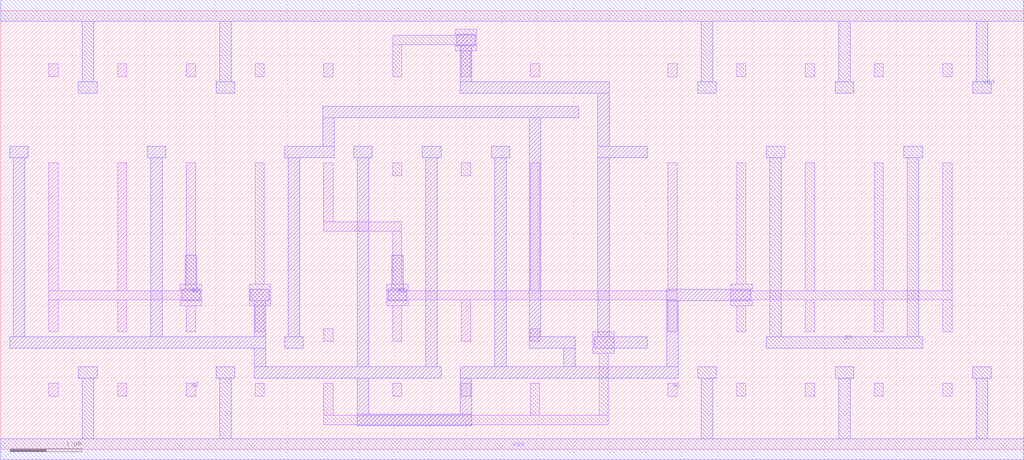
<source format=lef>
VERSION 5.7 ;

BUSBITCHARS "[]" ;
DIVIDERCHAR "/" ;

UNITS
  TIME NANOSECONDS 1 ;
  CAPACITANCE PICOFARADS 1 ;
  RESISTANCE OHMS 1 ;
  DATABASE MICRONS 1000 ;
END UNITS

MANUFACTURINGGRID 0.005 ;

PROPERTYDEFINITIONS
  LAYER LEF58_TYPE STRING ;
END PROPERTYDEFINITIONS

MACRO OA21D4
  CLASS CORE ;
  FOREIGN OA21D4 ;
  ORIGIN 0.000 0.000 ;
  SIZE 10.540 BY 6.120 ;
  SYMMETRY X Y R90 ;
  SITE obssite ;
  PIN a2
    DIRECTION INPUT ;
    USE SIGNAL ;
    ANTENNAGATEAREA 0.499200 ;
    PORT
      LAYER GatPoly ;
        RECT 0.670 5.200 0.800 5.380 ;
        RECT 5.470 5.200 5.600 5.380 ;
        RECT 0.670 3.175 0.800 4.000 ;
        RECT 5.470 3.175 5.600 4.000 ;
        RECT 0.670 3.045 1.760 3.175 ;
        RECT 1.630 2.215 1.760 3.045 ;
        RECT 4.510 3.045 5.600 3.175 ;
        RECT 3.465 2.215 3.765 2.300 ;
        RECT 4.510 2.215 4.640 3.045 ;
        RECT 1.630 2.085 4.640 2.215 ;
        RECT 2.590 1.640 2.720 2.085 ;
        RECT 3.465 2.000 3.765 2.085 ;
        RECT 3.550 1.640 3.680 2.000 ;
        RECT 2.590 0.740 2.720 0.920 ;
        RECT 3.550 0.740 3.680 0.920 ;
      LAYER Metal1 ;
        RECT 3.535 2.230 3.695 2.710 ;
        RECT 3.485 2.070 3.745 2.230 ;
    END
  END a2
  PIN a1
    DIRECTION INPUT ;
    USE SIGNAL ;
    ANTENNAGATEAREA 0.499200 ;
    PORT
      LAYER GatPoly ;
        RECT 1.545 5.560 1.845 5.860 ;
        RECT 4.425 5.560 4.725 5.860 ;
        RECT 1.630 5.200 1.760 5.560 ;
        RECT 4.510 5.200 4.640 5.560 ;
        RECT 1.630 3.820 1.760 4.000 ;
        RECT 4.510 3.820 4.640 4.000 ;
        RECT 1.630 1.640 1.760 1.820 ;
        RECT 4.510 1.640 4.640 1.820 ;
        RECT 1.630 0.475 1.760 0.920 ;
        RECT 4.510 0.560 4.640 0.920 ;
        RECT 4.425 0.475 4.725 0.560 ;
        RECT 1.630 0.345 4.725 0.475 ;
        RECT 4.425 0.260 4.725 0.345 ;
      LAYER Metal1 ;
        RECT 1.565 5.630 1.825 5.790 ;
        RECT 4.445 5.630 4.705 5.790 ;
        RECT 1.615 4.790 1.775 5.630 ;
        RECT 4.495 4.790 4.655 5.630 ;
        RECT 1.615 4.630 4.655 4.790 ;
        RECT 4.495 0.490 4.655 4.630 ;
        RECT 4.445 0.330 4.705 0.490 ;
    END
  END a1
  PIN b
    DIRECTION INPUT ;
    USE SIGNAL ;
    ANTENNAGATEAREA 0.156000 ;
    PORT
      LAYER GatPoly ;
        RECT 3.550 5.200 3.680 5.380 ;
        RECT 3.550 3.260 3.680 4.000 ;
        RECT 3.465 2.960 3.765 3.260 ;
      LAYER Metal1 ;
        RECT 3.055 3.030 3.745 3.190 ;
    END
  END b
  PIN z
    DIRECTION OUTPUT ;
    USE SIGNAL ;
    ANTENNADIFFAREA 3.187200 ;
    PORT
      LAYER Metal1 ;
        RECT 6.845 4.070 7.105 4.230 ;
        RECT 8.765 4.070 9.025 4.230 ;
        RECT 6.895 1.570 7.055 4.070 ;
        RECT 8.815 1.570 8.975 4.070 ;
        RECT 6.845 1.410 9.025 1.570 ;
    END
  END z
  PIN vss
    DIRECTION INOUT ;
    USE GROUND ;
    SHAPE ABUTMENT ;
    PORT
      LAYER Metal1 ;
        RECT 0.125 0.990 0.385 1.150 ;
        RECT 5.885 0.990 6.145 1.150 ;
        RECT 7.805 0.990 8.065 1.150 ;
        RECT 9.725 0.990 9.985 1.150 ;
        RECT 0.175 0.150 0.335 0.990 ;
        RECT 5.935 0.150 6.095 0.990 ;
        RECT 7.855 0.150 8.015 0.990 ;
        RECT 9.775 0.150 9.935 0.990 ;
        RECT 0.000 -0.150 10.540 0.150 ;
    END
  END vss
  PIN vdd
    DIRECTION INOUT ;
    USE POWER ;
    SHAPE ABUTMENT ;
    PORT
      LAYER Metal1 ;
        RECT 0.000 5.970 10.540 6.270 ;
        RECT 0.175 5.130 0.335 5.970 ;
        RECT 3.055 5.130 3.215 5.970 ;
        RECT 5.935 5.130 6.095 5.970 ;
        RECT 7.855 5.130 8.015 5.970 ;
        RECT 9.775 5.130 9.935 5.970 ;
        RECT 0.125 4.970 0.385 5.130 ;
        RECT 3.005 4.970 3.265 5.130 ;
        RECT 5.885 4.970 6.145 5.130 ;
        RECT 7.805 4.970 8.065 5.130 ;
        RECT 9.725 4.970 9.985 5.130 ;
    END
  END vdd
  OBS
      LAYER GatPoly ;
        RECT 2.590 5.200 2.720 5.380 ;
        RECT 6.430 5.200 6.560 5.380 ;
        RECT 7.390 5.200 7.520 5.380 ;
        RECT 8.350 5.200 8.480 5.380 ;
        RECT 9.310 5.200 9.440 5.380 ;
        RECT 2.590 3.820 2.720 4.000 ;
        RECT 6.430 3.820 6.560 4.000 ;
        RECT 7.390 3.820 7.520 4.000 ;
        RECT 8.350 3.820 8.480 4.000 ;
        RECT 9.310 3.820 9.440 4.000 ;
        RECT 0.670 1.640 0.800 1.820 ;
        RECT 5.470 1.640 5.600 1.820 ;
        RECT 6.430 1.640 6.560 1.820 ;
        RECT 7.390 1.640 7.520 1.820 ;
        RECT 8.350 1.640 8.480 1.820 ;
        RECT 9.310 1.640 9.440 1.820 ;
        RECT 0.670 0.740 0.800 0.920 ;
        RECT 5.470 0.740 5.600 0.920 ;
        RECT 6.430 0.740 6.560 0.920 ;
        RECT 7.390 0.740 7.520 0.920 ;
        RECT 8.350 0.740 8.480 0.920 ;
        RECT 9.310 0.740 9.440 0.920 ;
      LAYER Metal1 ;
        RECT 2.045 4.070 4.225 4.230 ;
        RECT 4.015 1.150 4.175 4.070 ;
        RECT 2.045 0.990 4.225 1.150 ;
  END
END OA21D4

MACRO OAI21D4
  CLASS CORE ;
  FOREIGN OAI21D4 ;
  ORIGIN 0.000 0.000 ;
  SIZE 13.260 BY 6.120 ;
  SYMMETRY X Y R90 ;
  SITE obssite ;
  PIN zn
    DIRECTION OUTPUT ;
    USE SIGNAL ;
    ANTENNADIFFAREA 10.176000 ;
    PORT
      LAYER GatPoly ;
        RECT 8.265 2.480 8.565 2.780 ;
        RECT 8.350 1.640 8.480 2.480 ;
        RECT 8.265 1.340 8.565 1.640 ;
      LAYER Metal1 ;
        RECT 1.085 4.070 3.265 4.230 ;
        RECT 9.725 4.070 11.905 4.230 ;
        RECT 1.135 1.570 1.295 4.070 ;
        RECT 9.775 3.190 9.935 4.070 ;
        RECT 8.815 3.030 9.935 3.190 ;
        RECT 7.375 2.550 8.545 2.710 ;
        RECT 7.375 1.570 7.535 2.550 ;
        RECT 8.815 2.230 8.975 3.030 ;
        RECT 1.085 1.410 7.535 1.570 ;
        RECT 7.855 2.070 8.975 2.230 ;
        RECT 1.135 1.150 1.295 1.410 ;
        RECT 7.855 1.150 8.015 2.070 ;
        RECT 8.285 1.410 11.905 1.570 ;
        RECT 0.125 0.990 8.065 1.150 ;
    END
  END zn
  PIN a1
    DIRECTION INPUT ;
    USE SIGNAL ;
    ANTENNAGATEAREA 0.998400 ;
    PORT
      LAYER GatPoly ;
        RECT 0.670 5.200 0.800 5.380 ;
        RECT 1.630 5.200 1.760 5.380 ;
        RECT 2.590 5.200 2.720 5.380 ;
        RECT 3.550 5.200 3.680 5.380 ;
        RECT 0.670 2.300 0.800 4.000 ;
        RECT 0.585 2.215 0.885 2.300 ;
        RECT 1.630 2.215 1.760 4.000 ;
        RECT 2.590 2.215 2.720 4.000 ;
        RECT 3.550 2.215 3.680 4.000 ;
        RECT 0.585 2.085 3.680 2.215 ;
        RECT 0.585 2.000 0.885 2.085 ;
        RECT 0.670 1.640 0.800 2.000 ;
        RECT 1.630 1.640 1.760 2.085 ;
        RECT 2.590 1.640 2.720 2.085 ;
        RECT 3.550 1.640 3.680 2.085 ;
        RECT 0.670 0.740 0.800 0.920 ;
        RECT 1.630 0.740 1.760 0.920 ;
        RECT 2.590 0.740 2.720 0.920 ;
        RECT 3.550 0.740 3.680 0.920 ;
      LAYER Metal1 ;
        RECT 0.655 2.230 0.815 2.710 ;
        RECT 0.605 2.070 0.865 2.230 ;
    END
  END a1
  PIN a2
    DIRECTION INPUT ;
    USE SIGNAL ;
    ANTENNAGATEAREA 0.998400 ;
    PORT
      LAYER GatPoly ;
        RECT 5.470 5.200 5.600 5.380 ;
        RECT 6.430 5.200 6.560 5.380 ;
        RECT 7.390 5.200 7.520 5.380 ;
        RECT 8.350 5.200 8.480 5.380 ;
        RECT 4.425 2.215 4.725 2.300 ;
        RECT 5.470 2.215 5.600 4.000 ;
        RECT 6.430 2.215 6.560 4.000 ;
        RECT 7.390 3.175 7.520 4.000 ;
        RECT 8.350 3.175 8.480 4.000 ;
        RECT 7.390 3.045 8.480 3.175 ;
        RECT 7.390 2.215 7.520 3.045 ;
        RECT 4.425 2.085 7.520 2.215 ;
        RECT 4.425 2.000 4.725 2.085 ;
        RECT 4.510 1.640 4.640 2.000 ;
        RECT 5.470 1.640 5.600 2.085 ;
        RECT 6.430 1.640 6.560 2.085 ;
        RECT 7.390 1.640 7.520 2.085 ;
        RECT 4.510 0.740 4.640 0.920 ;
        RECT 5.470 0.740 5.600 0.920 ;
        RECT 6.430 0.740 6.560 0.920 ;
        RECT 7.390 0.740 7.520 0.920 ;
      LAYER Metal1 ;
        RECT 4.495 2.230 4.655 2.710 ;
        RECT 4.445 2.070 4.705 2.230 ;
    END
  END a2
  PIN b
    DIRECTION INPUT ;
    USE SIGNAL ;
    ANTENNAGATEAREA 0.998400 ;
    PORT
      LAYER GatPoly ;
        RECT 9.310 5.200 9.440 5.380 ;
        RECT 10.270 5.200 10.400 5.380 ;
        RECT 11.230 5.200 11.360 5.380 ;
        RECT 12.190 5.200 12.320 5.380 ;
        RECT 9.310 2.300 9.440 4.000 ;
        RECT 9.225 2.215 9.525 2.300 ;
        RECT 10.270 2.215 10.400 4.000 ;
        RECT 11.230 2.215 11.360 4.000 ;
        RECT 12.190 2.215 12.320 4.000 ;
        RECT 9.225 2.085 12.320 2.215 ;
        RECT 9.225 2.000 9.525 2.085 ;
        RECT 9.310 1.640 9.440 2.000 ;
        RECT 10.270 1.640 10.400 2.085 ;
        RECT 11.230 1.640 11.360 2.085 ;
        RECT 12.190 1.640 12.320 2.085 ;
        RECT 9.310 0.740 9.440 0.920 ;
        RECT 10.270 0.740 10.400 0.920 ;
        RECT 11.230 0.740 11.360 0.920 ;
        RECT 12.190 0.740 12.320 0.920 ;
      LAYER Metal1 ;
        RECT 9.295 2.230 9.455 2.710 ;
        RECT 9.245 2.070 9.505 2.230 ;
    END
  END b
  PIN vss
    DIRECTION INOUT ;
    USE GROUND ;
    SHAPE ABUTMENT ;
    PORT
      LAYER Metal1 ;
        RECT 8.765 0.990 9.025 1.150 ;
        RECT 10.685 0.990 10.945 1.150 ;
        RECT 12.605 0.990 12.865 1.150 ;
        RECT 8.815 0.150 8.975 0.990 ;
        RECT 10.735 0.150 10.895 0.990 ;
        RECT 12.655 0.150 12.815 0.990 ;
        RECT 0.000 -0.150 13.260 0.150 ;
    END
  END vss
  PIN vdd
    DIRECTION INOUT ;
    USE POWER ;
    SHAPE ABUTMENT ;
    PORT
      LAYER Metal1 ;
        RECT 0.000 5.970 13.260 6.270 ;
        RECT 4.975 5.130 5.135 5.970 ;
        RECT 6.895 5.130 7.055 5.970 ;
        RECT 8.815 5.130 8.975 5.970 ;
        RECT 10.735 5.130 10.895 5.970 ;
        RECT 12.655 5.130 12.815 5.970 ;
        RECT 4.925 4.970 5.185 5.130 ;
        RECT 6.845 4.970 7.105 5.130 ;
        RECT 8.765 4.970 9.025 5.130 ;
        RECT 10.685 4.970 10.945 5.130 ;
        RECT 12.605 4.970 12.865 5.130 ;
    END
  END vdd
  OBS
      LAYER Metal1 ;
        RECT 0.125 4.630 8.065 4.790 ;
  END
END OAI21D4

MACRO OAI21D2
  CLASS CORE ;
  FOREIGN OAI21D2 ;
  ORIGIN 0.000 0.000 ;
  SIZE 6.460 BY 6.120 ;
  SYMMETRY X Y R90 ;
  SITE obssite ;
  PIN zn
    DIRECTION OUTPUT ;
    USE SIGNAL ;
    ANTENNADIFFAREA 3.187200 ;
    PORT
      LAYER Metal1 ;
        RECT 2.045 4.070 4.225 4.230 ;
        RECT 4.015 1.150 4.175 4.070 ;
        RECT 2.045 0.990 4.225 1.150 ;
    END
  END zn
  PIN a1
    DIRECTION INPUT ;
    USE SIGNAL ;
    ANTENNAGATEAREA 0.499200 ;
    PORT
      LAYER GatPoly ;
        RECT 1.630 5.200 1.760 5.380 ;
        RECT 4.510 5.200 4.640 5.380 ;
        RECT 1.630 3.175 1.760 4.000 ;
        RECT 1.630 3.045 2.720 3.175 ;
        RECT 2.590 2.300 2.720 3.045 ;
        RECT 2.505 2.215 2.805 2.300 ;
        RECT 4.510 2.215 4.640 4.000 ;
        RECT 2.505 2.085 4.640 2.215 ;
        RECT 2.505 2.000 2.805 2.085 ;
        RECT 2.590 1.640 2.720 2.000 ;
        RECT 4.510 1.640 4.640 2.085 ;
        RECT 2.590 0.740 2.720 0.920 ;
        RECT 4.510 0.740 4.640 0.920 ;
      LAYER Metal1 ;
        RECT 2.575 2.230 2.735 2.710 ;
        RECT 2.525 2.070 2.785 2.230 ;
    END
  END a1
  PIN a2
    DIRECTION INPUT ;
    USE SIGNAL ;
    ANTENNAGATEAREA 0.499200 ;
    PORT
      LAYER GatPoly ;
        RECT 0.670 5.200 0.800 5.380 ;
        RECT 5.470 5.200 5.600 5.380 ;
        RECT 0.670 2.695 0.800 4.000 ;
        RECT 5.470 3.260 5.600 4.000 ;
        RECT 5.385 2.960 5.685 3.260 ;
        RECT 0.670 2.565 1.760 2.695 ;
        RECT 1.630 1.640 1.760 2.565 ;
        RECT 3.550 1.640 3.680 1.820 ;
        RECT 1.630 0.475 1.760 0.920 ;
        RECT 3.550 0.560 3.680 0.920 ;
        RECT 3.465 0.475 3.765 0.560 ;
        RECT 1.630 0.345 3.765 0.475 ;
        RECT 3.465 0.260 3.765 0.345 ;
      LAYER Metal1 ;
        RECT 4.495 3.030 5.665 3.190 ;
        RECT 4.495 0.490 4.655 3.030 ;
        RECT 3.485 0.330 4.655 0.490 ;
    END
  END a2
  PIN b
    DIRECTION INPUT ;
    USE SIGNAL ;
    ANTENNAGATEAREA 0.499200 ;
    PORT
      LAYER GatPoly ;
        RECT 2.505 5.560 2.805 5.860 ;
        RECT 2.590 5.200 2.720 5.560 ;
        RECT 3.550 5.200 3.680 5.380 ;
        RECT 2.590 3.820 2.720 4.000 ;
        RECT 3.550 3.260 3.680 4.000 ;
        RECT 3.465 2.960 3.765 3.260 ;
        RECT 5.865 2.960 6.165 3.260 ;
        RECT 5.950 2.695 6.080 2.960 ;
        RECT 5.470 2.565 6.080 2.695 ;
        RECT 0.585 2.000 0.885 2.300 ;
        RECT 0.670 1.640 0.800 2.000 ;
        RECT 5.470 1.640 5.600 2.565 ;
        RECT 0.670 0.740 0.800 0.920 ;
        RECT 5.470 0.740 5.600 0.920 ;
      LAYER Metal1 ;
        RECT 2.525 5.630 2.785 5.790 ;
        RECT 2.575 4.790 2.735 5.630 ;
        RECT 1.615 4.630 6.095 4.790 ;
        RECT 1.615 3.190 1.775 4.630 ;
        RECT 5.935 3.190 6.095 4.630 ;
        RECT 1.615 3.030 3.745 3.190 ;
        RECT 5.885 3.030 6.145 3.190 ;
        RECT 1.615 2.230 1.775 3.030 ;
        RECT 0.605 2.070 1.775 2.230 ;
    END
  END b
  PIN vss
    DIRECTION INOUT ;
    USE GROUND ;
    SHAPE ABUTMENT ;
    PORT
      LAYER Metal1 ;
        RECT 0.125 0.990 0.385 1.150 ;
        RECT 5.885 0.990 6.145 1.150 ;
        RECT 0.175 0.150 0.335 0.990 ;
        RECT 5.935 0.150 6.095 0.990 ;
        RECT 0.000 -0.150 6.460 0.150 ;
    END
  END vss
  PIN vdd
    DIRECTION INOUT ;
    USE POWER ;
    SHAPE ABUTMENT ;
    PORT
      LAYER Metal1 ;
        RECT 0.000 5.970 6.460 6.270 ;
        RECT 0.175 5.130 0.335 5.970 ;
        RECT 3.055 5.130 3.215 5.970 ;
        RECT 5.935 5.130 6.095 5.970 ;
        RECT 0.125 4.970 0.385 5.130 ;
        RECT 3.005 4.970 3.265 5.130 ;
        RECT 5.885 4.970 6.145 5.130 ;
    END
  END vdd
END OAI21D2

MACRO DEL01
  CLASS CORE ;
  FOREIGN DEL01 ;
  ORIGIN 0.000 0.000 ;
  SIZE 5.440 BY 6.120 ;
  SYMMETRY X Y R90 ;
  SITE obssite ;
  PIN z
    DIRECTION OUTPUT ;
    USE SIGNAL ;
    ANTENNADIFFAREA 1.084800 ;
    PORT
      LAYER Metal1 ;
        RECT 4.925 4.070 5.185 4.230 ;
        RECT 4.975 1.570 5.135 4.070 ;
        RECT 4.925 1.410 5.185 1.570 ;
    END
  END z
  PIN i
    DIRECTION INPUT ;
    USE SIGNAL ;
    ANTENNAGATEAREA 0.249600 ;
    PORT
      LAYER GatPoly ;
        RECT 0.670 5.200 0.800 5.380 ;
        RECT 0.670 3.260 0.800 4.000 ;
        RECT 0.585 2.960 0.885 3.260 ;
        RECT 0.670 1.640 0.800 1.820 ;
        RECT 0.670 0.560 0.800 0.920 ;
        RECT 0.585 0.260 0.885 0.560 ;
      LAYER Metal1 ;
        RECT 0.605 3.030 0.865 3.190 ;
        RECT 0.655 0.490 0.815 3.030 ;
        RECT 0.605 0.330 0.865 0.490 ;
    END
  END i
  PIN vss
    DIRECTION INOUT ;
    USE GROUND ;
    SHAPE ABUTMENT ;
    PORT
      LAYER Metal1 ;
        RECT 1.085 0.990 1.345 1.150 ;
        RECT 3.965 0.990 4.225 1.150 ;
        RECT 1.135 0.150 1.295 0.990 ;
        RECT 4.015 0.150 4.175 0.990 ;
        RECT 0.000 -0.150 5.440 0.150 ;
    END
  END vss
  PIN vdd
    DIRECTION INOUT ;
    USE POWER ;
    SHAPE ABUTMENT ;
    PORT
      LAYER Metal1 ;
        RECT 0.000 5.970 5.440 6.270 ;
        RECT 1.135 5.130 1.295 5.970 ;
        RECT 4.015 5.130 4.175 5.970 ;
        RECT 1.085 4.970 1.345 5.130 ;
        RECT 3.965 4.970 4.225 5.130 ;
    END
  END vdd
  OBS
      LAYER GatPoly ;
        RECT 1.630 5.200 1.760 5.380 ;
        RECT 3.550 5.200 3.680 5.380 ;
        RECT 4.510 5.200 4.640 5.380 ;
        RECT 1.630 3.260 1.760 4.000 ;
        RECT 1.545 3.175 1.845 3.260 ;
        RECT 2.985 3.175 3.285 3.260 ;
        RECT 1.545 3.045 3.285 3.175 ;
        RECT 1.545 2.960 1.845 3.045 ;
        RECT 2.985 2.960 3.285 3.045 ;
        RECT 0.105 2.695 0.405 2.780 ;
        RECT 3.550 2.695 3.680 4.000 ;
        RECT 0.105 2.565 3.680 2.695 ;
        RECT 0.105 2.480 0.405 2.565 ;
        RECT 0.105 2.215 0.405 2.300 ;
        RECT 0.105 2.085 3.680 2.215 ;
        RECT 0.105 2.000 0.405 2.085 ;
        RECT 1.630 1.640 1.760 1.820 ;
        RECT 3.550 1.640 3.680 2.085 ;
        RECT 4.510 1.640 4.640 4.000 ;
        RECT 1.630 0.560 1.760 0.920 ;
        RECT 3.550 0.740 3.680 0.920 ;
        RECT 1.545 0.260 1.845 0.560 ;
        RECT 2.025 0.475 2.325 0.560 ;
        RECT 4.510 0.475 4.640 0.920 ;
        RECT 2.025 0.345 4.640 0.475 ;
        RECT 2.025 0.260 2.325 0.345 ;
      LAYER Metal1 ;
        RECT 0.125 4.070 0.385 4.230 ;
        RECT 2.045 4.070 2.305 4.230 ;
        RECT 3.005 4.070 3.265 4.230 ;
        RECT 0.175 2.710 0.335 4.070 ;
        RECT 1.565 3.030 1.825 3.190 ;
        RECT 0.125 2.550 0.385 2.710 ;
        RECT 0.175 2.230 0.335 2.550 ;
        RECT 0.125 2.070 0.385 2.230 ;
        RECT 0.175 1.570 0.335 2.070 ;
        RECT 0.125 1.410 0.385 1.570 ;
        RECT 1.615 1.150 1.775 3.030 ;
        RECT 2.095 1.570 2.255 4.070 ;
        RECT 3.055 3.190 3.215 4.070 ;
        RECT 3.005 3.030 3.265 3.190 ;
        RECT 2.045 1.410 2.305 1.570 ;
        RECT 1.615 0.990 3.265 1.150 ;
        RECT 1.615 0.490 1.775 0.990 ;
        RECT 2.095 0.490 2.255 0.990 ;
        RECT 1.565 0.330 1.825 0.490 ;
        RECT 2.045 0.330 2.305 0.490 ;
  END
END DEL01

MACRO AOI21D4
  CLASS CORE ;
  FOREIGN AOI21D4 ;
  ORIGIN 0.000 0.000 ;
  SIZE 12.240 BY 6.120 ;
  SYMMETRY X Y R90 ;
  SITE obssite ;
  PIN zn
    DIRECTION OUTPUT ;
    USE SIGNAL ;
    ANTENNADIFFAREA 6.374400 ;
    PORT
      LAYER Metal1 ;
        RECT 4.925 4.070 5.185 4.230 ;
        RECT 6.845 4.070 7.105 4.230 ;
        RECT 8.765 4.070 9.025 4.230 ;
        RECT 10.685 4.070 10.945 4.230 ;
        RECT 4.975 1.570 5.135 4.070 ;
        RECT 6.895 1.570 7.055 4.070 ;
        RECT 8.815 1.570 8.975 4.070 ;
        RECT 10.735 1.570 10.895 4.070 ;
        RECT 4.925 1.410 10.945 1.570 ;
    END
  END zn
  PIN a1
    DIRECTION INPUT ;
    USE SIGNAL ;
    ANTENNAGATEAREA 0.998400 ;
    PORT
      LAYER GatPoly ;
        RECT 6.430 5.200 6.560 5.380 ;
        RECT 9.310 5.200 9.440 5.380 ;
        RECT 10.270 5.200 10.400 5.380 ;
        RECT 11.230 5.200 11.360 5.380 ;
        RECT 5.385 2.215 5.685 2.300 ;
        RECT 6.430 2.215 6.560 4.000 ;
        RECT 9.310 2.215 9.440 4.000 ;
        RECT 10.270 2.215 10.400 4.000 ;
        RECT 11.230 2.215 11.360 4.000 ;
        RECT 4.510 2.085 11.360 2.215 ;
        RECT 4.510 1.640 4.640 2.085 ;
        RECT 5.385 2.000 5.685 2.085 ;
        RECT 7.390 1.640 7.520 2.085 ;
        RECT 8.350 1.640 8.480 2.085 ;
        RECT 11.230 1.640 11.360 2.085 ;
        RECT 4.510 0.740 4.640 0.920 ;
        RECT 7.390 0.740 7.520 0.920 ;
        RECT 8.350 0.740 8.480 0.920 ;
        RECT 11.230 0.740 11.360 0.920 ;
      LAYER Metal1 ;
        RECT 5.455 2.230 5.615 2.710 ;
        RECT 5.405 2.070 5.665 2.230 ;
    END
  END a1
  PIN b
    DIRECTION INPUT ;
    USE SIGNAL ;
    ANTENNAGATEAREA 0.998400 ;
    PORT
      LAYER GatPoly ;
        RECT 0.670 5.200 0.800 5.380 ;
        RECT 1.630 5.200 1.760 5.380 ;
        RECT 2.590 5.200 2.720 5.380 ;
        RECT 3.550 5.200 3.680 5.380 ;
        RECT 0.670 3.175 0.800 4.000 ;
        RECT 1.630 3.175 1.760 4.000 ;
        RECT 2.590 3.260 2.720 4.000 ;
        RECT 2.505 3.175 2.805 3.260 ;
        RECT 3.550 3.175 3.680 4.000 ;
        RECT 0.670 3.045 3.680 3.175 ;
        RECT 2.505 2.960 2.805 3.045 ;
        RECT 5.470 1.640 5.600 1.820 ;
        RECT 6.430 1.640 6.560 1.820 ;
        RECT 9.310 1.640 9.440 1.820 ;
        RECT 10.270 1.640 10.400 1.820 ;
        RECT 4.425 0.475 4.725 0.560 ;
        RECT 5.470 0.475 5.600 0.920 ;
        RECT 6.430 0.475 6.560 0.920 ;
        RECT 9.310 0.475 9.440 0.920 ;
        RECT 10.270 0.475 10.400 0.920 ;
        RECT 4.425 0.345 10.400 0.475 ;
        RECT 4.425 0.260 4.725 0.345 ;
      LAYER Metal1 ;
        RECT 2.525 3.030 2.785 3.190 ;
        RECT 2.575 2.230 2.735 3.030 ;
        RECT 2.575 2.070 4.655 2.230 ;
        RECT 4.495 0.490 4.655 2.070 ;
        RECT 4.445 0.330 4.705 0.490 ;
    END
  END b
  PIN a2
    DIRECTION INPUT ;
    USE SIGNAL ;
    ANTENNAGATEAREA 0.998400 ;
    PORT
      LAYER GatPoly ;
        RECT 4.510 5.200 4.640 5.380 ;
        RECT 5.470 5.200 5.600 5.380 ;
        RECT 7.390 5.200 7.520 5.380 ;
        RECT 8.350 5.200 8.480 5.380 ;
        RECT 4.510 2.695 4.640 4.000 ;
        RECT 5.470 2.695 5.600 4.000 ;
        RECT 7.390 3.175 7.520 4.000 ;
        RECT 8.350 3.260 8.480 4.000 ;
        RECT 8.265 3.175 8.565 3.260 ;
        RECT 7.390 3.045 8.565 3.175 ;
        RECT 8.265 2.960 8.565 3.045 ;
        RECT 5.865 2.695 6.165 2.780 ;
        RECT 4.030 2.565 6.165 2.695 ;
        RECT 4.030 2.215 4.160 2.565 ;
        RECT 5.865 2.480 6.165 2.565 ;
        RECT 0.670 2.085 4.160 2.215 ;
        RECT 0.670 1.640 0.800 2.085 ;
        RECT 1.630 1.640 1.760 2.085 ;
        RECT 2.590 1.640 2.720 2.085 ;
        RECT 3.550 1.640 3.680 2.085 ;
        RECT 0.670 0.740 0.800 0.920 ;
        RECT 1.630 0.740 1.760 0.920 ;
        RECT 2.590 0.740 2.720 0.920 ;
        RECT 3.550 0.740 3.680 0.920 ;
      LAYER Metal1 ;
        RECT 6.415 4.630 8.495 4.790 ;
        RECT 6.415 2.710 6.575 4.630 ;
        RECT 8.335 3.190 8.495 4.630 ;
        RECT 8.285 3.030 8.545 3.190 ;
        RECT 5.885 2.550 6.575 2.710 ;
    END
  END a2
  PIN vss
    DIRECTION INOUT ;
    USE GROUND ;
    SHAPE ABUTMENT ;
    PORT
      LAYER Metal1 ;
        RECT 1.085 0.990 1.345 1.150 ;
        RECT 3.005 0.990 3.265 1.150 ;
        RECT 5.885 0.990 6.145 1.150 ;
        RECT 9.725 0.990 9.985 1.150 ;
        RECT 1.135 0.150 1.295 0.990 ;
        RECT 3.055 0.150 3.215 0.990 ;
        RECT 5.935 0.150 6.095 0.990 ;
        RECT 9.775 0.150 9.935 0.990 ;
        RECT 0.000 -0.150 12.240 0.150 ;
    END
  END vss
  PIN vdd
    DIRECTION INOUT ;
    USE POWER ;
    SHAPE ABUTMENT ;
    PORT
      LAYER Metal1 ;
        RECT 0.000 5.970 12.240 6.270 ;
        RECT 1.135 5.130 1.295 5.970 ;
        RECT 3.055 5.130 3.215 5.970 ;
        RECT 1.085 4.970 1.345 5.130 ;
        RECT 3.005 4.970 3.265 5.130 ;
    END
  END vdd
  OBS
      LAYER Metal1 ;
        RECT 4.015 5.630 11.855 5.790 ;
        RECT 4.015 5.130 4.175 5.630 ;
        RECT 5.935 5.130 6.095 5.630 ;
        RECT 7.855 5.130 8.015 5.630 ;
        RECT 9.775 5.130 9.935 5.630 ;
        RECT 11.695 5.130 11.855 5.630 ;
        RECT 3.535 4.970 4.225 5.130 ;
        RECT 4.495 4.970 11.375 5.130 ;
        RECT 11.645 4.970 11.905 5.130 ;
        RECT 3.535 4.790 3.695 4.970 ;
        RECT 0.125 4.630 3.695 4.790 ;
        RECT 4.495 4.230 4.655 4.970 ;
        RECT 2.095 4.070 4.655 4.230 ;
        RECT 2.095 1.570 2.255 4.070 ;
        RECT 11.215 1.570 11.375 4.970 ;
        RECT 0.125 1.410 3.695 1.570 ;
        RECT 11.215 1.410 11.905 1.570 ;
        RECT 2.095 1.150 2.255 1.410 ;
        RECT 3.535 1.150 3.695 1.410 ;
        RECT 2.045 0.990 2.305 1.150 ;
        RECT 3.535 0.990 4.225 1.150 ;
  END
END AOI21D4

MACRO AOI21D2
  CLASS CORE ;
  FOREIGN AOI21D2 ;
  ORIGIN 0.000 0.000 ;
  SIZE 6.460 BY 6.120 ;
  SYMMETRY X Y R90 ;
  SITE obssite ;
  PIN zn
    DIRECTION OUTPUT ;
    USE SIGNAL ;
    ANTENNADIFFAREA 3.187200 ;
    PORT
      LAYER Metal1 ;
        RECT 2.045 4.070 2.305 4.230 ;
        RECT 3.965 4.070 4.225 4.230 ;
        RECT 2.095 1.570 2.255 4.070 ;
        RECT 4.015 1.570 4.175 4.070 ;
        RECT 2.045 1.410 4.225 1.570 ;
    END
  END zn
  PIN a1
    DIRECTION INPUT ;
    USE SIGNAL ;
    ANTENNAGATEAREA 0.499200 ;
    PORT
      LAYER GatPoly ;
        RECT 1.630 5.200 1.760 5.380 ;
        RECT 3.550 5.200 3.680 5.380 ;
        RECT 1.630 2.300 1.760 4.000 ;
        RECT 1.545 2.215 1.845 2.300 ;
        RECT 3.550 2.215 3.680 4.000 ;
        RECT 1.545 2.085 4.640 2.215 ;
        RECT 1.545 2.000 1.845 2.085 ;
        RECT 1.630 1.640 1.760 2.000 ;
        RECT 4.510 1.640 4.640 2.085 ;
        RECT 1.630 0.740 1.760 0.920 ;
        RECT 4.510 0.740 4.640 0.920 ;
      LAYER Metal1 ;
        RECT 1.615 2.230 1.775 2.710 ;
        RECT 1.565 2.070 1.825 2.230 ;
    END
  END a1
  PIN a2
    DIRECTION INPUT ;
    USE SIGNAL ;
    ANTENNAGATEAREA 0.499200 ;
    PORT
      LAYER GatPoly ;
        RECT 2.590 5.200 2.720 5.380 ;
        RECT 4.510 5.200 4.640 5.380 ;
        RECT 2.590 3.260 2.720 4.000 ;
        RECT 0.585 2.960 0.885 3.260 ;
        RECT 2.505 2.960 2.805 3.260 ;
        RECT 4.510 3.175 4.640 4.000 ;
        RECT 4.510 3.045 5.600 3.175 ;
        RECT 0.670 1.640 0.800 2.960 ;
        RECT 5.470 1.640 5.600 3.045 ;
        RECT 0.670 0.475 0.800 0.920 ;
        RECT 5.470 0.475 5.600 0.920 ;
        RECT 0.670 0.345 5.600 0.475 ;
      LAYER Metal1 ;
        RECT 0.655 4.630 2.735 4.790 ;
        RECT 0.655 3.190 0.815 4.630 ;
        RECT 2.575 3.190 2.735 4.630 ;
        RECT 0.605 3.030 0.865 3.190 ;
        RECT 2.525 3.030 2.785 3.190 ;
    END
  END a2
  PIN b
    DIRECTION INPUT ;
    USE SIGNAL ;
    ANTENNAGATEAREA 0.156000 ;
    PORT
      LAYER GatPoly ;
        RECT 0.585 5.560 0.885 5.860 ;
        RECT 0.670 5.200 0.800 5.560 ;
        RECT 0.670 3.820 0.800 4.000 ;
      LAYER Metal1 ;
        RECT 0.605 5.630 0.865 5.790 ;
    END
  END b
  PIN vss
    DIRECTION INOUT ;
    USE GROUND ;
    SHAPE ABUTMENT ;
    PORT
      LAYER Metal1 ;
        RECT 0.125 0.990 0.385 1.150 ;
        RECT 3.005 0.990 3.265 1.150 ;
        RECT 5.885 0.990 6.145 1.150 ;
        RECT 0.175 0.150 0.335 0.990 ;
        RECT 3.055 0.150 3.215 0.990 ;
        RECT 5.935 0.150 6.095 0.990 ;
        RECT 0.000 -0.150 6.460 0.150 ;
    END
  END vss
  PIN vdd
    DIRECTION INOUT ;
    USE POWER ;
    SHAPE ABUTMENT ;
    PORT
      LAYER Metal1 ;
        RECT 0.000 5.970 6.460 6.270 ;
        RECT 0.175 5.130 0.335 5.970 ;
        RECT 5.935 5.130 6.095 5.970 ;
        RECT 0.125 4.970 0.385 5.130 ;
        RECT 5.885 4.970 6.145 5.130 ;
    END
  END vdd
  OBS
      LAYER GatPoly ;
        RECT 5.470 5.200 5.600 5.380 ;
        RECT 5.470 3.820 5.600 4.000 ;
        RECT 2.590 1.640 2.720 1.820 ;
        RECT 3.550 1.640 3.680 1.820 ;
        RECT 2.590 0.740 2.720 0.920 ;
        RECT 3.550 0.740 3.680 0.920 ;
      LAYER Metal1 ;
        RECT 1.085 4.970 3.215 5.130 ;
        RECT 3.055 4.790 3.215 4.970 ;
        RECT 3.005 4.630 5.185 4.790 ;
  END
END AOI21D2

MACRO AO21D4
  CLASS CORE ;
  FOREIGN AO21D4 ;
  ORIGIN 0.000 0.000 ;
  SIZE 10.540 BY 6.120 ;
  SYMMETRY X Y R90 ;
  SITE obssite ;
  PIN a2
    DIRECTION INPUT ;
    USE SIGNAL ;
    ANTENNAGATEAREA 0.499200 ;
    PORT
      LAYER GatPoly ;
        RECT 2.590 5.200 2.720 5.380 ;
        RECT 3.550 5.200 3.680 5.380 ;
        RECT 0.585 2.215 0.885 2.300 ;
        RECT 2.590 2.215 2.720 4.000 ;
        RECT 3.550 2.215 3.680 4.000 ;
        RECT 0.585 2.085 5.600 2.215 ;
        RECT 0.585 2.000 0.885 2.085 ;
        RECT 0.670 1.640 0.800 2.000 ;
        RECT 5.470 1.640 5.600 2.085 ;
        RECT 0.670 0.740 0.800 0.920 ;
        RECT 5.470 0.740 5.600 0.920 ;
      LAYER Metal1 ;
        RECT 0.655 2.230 0.815 2.710 ;
        RECT 0.605 2.070 0.865 2.230 ;
    END
  END a2
  PIN a1
    DIRECTION INPUT ;
    USE SIGNAL ;
    ANTENNAGATEAREA 0.499200 ;
    PORT
      LAYER GatPoly ;
        RECT 1.630 5.200 1.760 5.380 ;
        RECT 4.510 5.200 4.640 5.380 ;
        RECT 1.630 3.260 1.760 4.000 ;
        RECT 4.510 3.260 4.640 4.000 ;
        RECT 1.545 2.960 1.845 3.260 ;
        RECT 4.425 2.960 4.725 3.260 ;
        RECT 1.630 1.640 1.760 1.820 ;
        RECT 4.510 1.640 4.640 1.820 ;
        RECT 1.630 0.560 1.760 0.920 ;
        RECT 1.545 0.475 1.845 0.560 ;
        RECT 4.510 0.475 4.640 0.920 ;
        RECT 1.545 0.345 4.640 0.475 ;
        RECT 1.545 0.260 1.845 0.345 ;
      LAYER Metal1 ;
        RECT 1.565 3.030 4.705 3.190 ;
        RECT 1.615 0.490 1.775 3.030 ;
        RECT 1.565 0.330 1.825 0.490 ;
    END
  END a1
  PIN b
    DIRECTION INPUT ;
    USE SIGNAL ;
    ANTENNAGATEAREA 0.156000 ;
    PORT
      LAYER GatPoly ;
        RECT 0.670 5.200 0.800 5.380 ;
        RECT 0.670 3.260 0.800 4.000 ;
        RECT 0.585 2.960 0.885 3.260 ;
      LAYER Metal1 ;
        RECT 0.655 3.190 0.815 4.230 ;
        RECT 0.605 3.030 0.865 3.190 ;
    END
  END b
  PIN z
    DIRECTION OUTPUT ;
    USE SIGNAL ;
    ANTENNADIFFAREA 3.187200 ;
    PORT
      LAYER Metal1 ;
        RECT 6.845 4.070 7.105 4.230 ;
        RECT 8.765 4.070 9.025 4.230 ;
        RECT 6.895 1.570 7.055 4.070 ;
        RECT 8.815 1.570 8.975 4.070 ;
        RECT 6.845 1.410 9.025 1.570 ;
    END
  END z
  PIN vss
    DIRECTION INOUT ;
    USE GROUND ;
    SHAPE ABUTMENT ;
    PORT
      LAYER Metal1 ;
        RECT 0.125 0.990 0.385 1.150 ;
        RECT 3.005 0.990 3.265 1.150 ;
        RECT 5.885 0.990 6.145 1.150 ;
        RECT 7.805 0.990 8.065 1.150 ;
        RECT 9.725 0.990 9.985 1.150 ;
        RECT 0.175 0.150 0.335 0.990 ;
        RECT 3.055 0.150 3.215 0.990 ;
        RECT 5.935 0.150 6.095 0.990 ;
        RECT 7.855 0.150 8.015 0.990 ;
        RECT 9.775 0.150 9.935 0.990 ;
        RECT 0.000 -0.150 10.540 0.150 ;
    END
  END vss
  PIN vdd
    DIRECTION INOUT ;
    USE POWER ;
    SHAPE ABUTMENT ;
    PORT
      LAYER Metal1 ;
        RECT 0.000 5.970 10.540 6.270 ;
        RECT 0.175 5.130 0.335 5.970 ;
        RECT 5.935 5.130 6.095 5.970 ;
        RECT 7.855 5.130 8.015 5.970 ;
        RECT 9.775 5.130 9.935 5.970 ;
        RECT 0.125 4.970 0.385 5.130 ;
        RECT 5.885 4.970 6.145 5.130 ;
        RECT 7.805 4.970 8.065 5.130 ;
        RECT 9.725 4.970 9.985 5.130 ;
    END
  END vdd
  OBS
      LAYER GatPoly ;
        RECT 5.470 5.200 5.600 5.380 ;
        RECT 6.430 5.200 6.560 5.380 ;
        RECT 7.390 5.200 7.520 5.380 ;
        RECT 8.350 5.200 8.480 5.380 ;
        RECT 9.310 5.200 9.440 5.380 ;
        RECT 5.470 3.820 5.600 4.000 ;
        RECT 6.430 2.300 6.560 4.000 ;
        RECT 6.345 2.215 6.645 2.300 ;
        RECT 7.390 2.215 7.520 4.000 ;
        RECT 8.350 2.215 8.480 4.000 ;
        RECT 9.310 2.215 9.440 4.000 ;
        RECT 6.345 2.085 9.440 2.215 ;
        RECT 6.345 2.000 6.645 2.085 ;
        RECT 2.590 1.640 2.720 1.820 ;
        RECT 3.550 1.640 3.680 1.820 ;
        RECT 6.430 1.640 6.560 2.000 ;
        RECT 7.390 1.640 7.520 2.085 ;
        RECT 8.350 1.640 8.480 2.085 ;
        RECT 9.310 1.640 9.440 2.085 ;
        RECT 2.590 0.740 2.720 0.920 ;
        RECT 3.550 0.740 3.680 0.920 ;
        RECT 6.430 0.740 6.560 0.920 ;
        RECT 7.390 0.740 7.520 0.920 ;
        RECT 8.350 0.740 8.480 0.920 ;
        RECT 9.310 0.740 9.440 0.920 ;
      LAYER Metal1 ;
        RECT 1.085 4.630 5.185 4.790 ;
        RECT 2.045 4.070 5.135 4.230 ;
        RECT 4.975 1.570 5.135 4.070 ;
        RECT 6.365 2.070 6.625 2.230 ;
        RECT 6.415 1.570 6.575 2.070 ;
        RECT 2.045 1.410 6.575 1.570 ;
  END
END AO21D4

MACRO OAI211D2
  CLASS CORE ;
  FOREIGN OAI211D2 ;
  ORIGIN 0.000 0.000 ;
  SIZE 8.500 BY 6.120 ;
  SYMMETRY X Y R90 ;
  SITE obssite ;
  PIN b
    DIRECTION INPUT ;
    USE SIGNAL ;
    ANTENNAGATEAREA 0.499200 ;
    PORT
      LAYER GatPoly ;
        RECT 4.510 5.200 4.640 5.380 ;
        RECT 7.390 5.200 7.520 5.380 ;
        RECT 4.510 2.300 4.640 4.000 ;
        RECT 4.425 2.215 4.725 2.300 ;
        RECT 7.390 2.215 7.520 4.000 ;
        RECT 4.425 2.085 7.520 2.215 ;
        RECT 4.425 2.000 4.725 2.085 ;
        RECT 4.510 1.640 4.640 2.000 ;
        RECT 7.390 1.640 7.520 2.085 ;
        RECT 4.510 0.740 4.640 0.920 ;
        RECT 7.390 0.740 7.520 0.920 ;
      LAYER Metal1 ;
        RECT 4.495 2.230 4.655 2.710 ;
        RECT 4.445 2.070 4.705 2.230 ;
    END
  END b
  PIN c
    DIRECTION INPUT ;
    USE SIGNAL ;
    ANTENNAGATEAREA 0.499200 ;
    PORT
      LAYER GatPoly ;
        RECT 5.470 5.200 5.600 5.380 ;
        RECT 6.430 5.200 6.560 5.380 ;
        RECT 5.470 3.175 5.600 4.000 ;
        RECT 6.430 3.260 6.560 4.000 ;
        RECT 6.345 3.175 6.645 3.260 ;
        RECT 5.470 3.045 6.645 3.175 ;
        RECT 6.345 2.960 6.645 3.045 ;
        RECT 5.470 1.640 5.600 1.820 ;
        RECT 6.430 1.640 6.560 1.820 ;
        RECT 5.470 0.475 5.600 0.920 ;
        RECT 6.430 0.560 6.560 0.920 ;
        RECT 6.345 0.475 6.645 0.560 ;
        RECT 5.470 0.345 6.645 0.475 ;
        RECT 6.345 0.260 6.645 0.345 ;
      LAYER Metal1 ;
        RECT 6.365 3.030 6.625 3.190 ;
        RECT 6.415 0.490 6.575 3.030 ;
        RECT 6.365 0.330 6.625 0.490 ;
    END
  END c
  PIN zn
    DIRECTION OUTPUT ;
    USE SIGNAL ;
    ANTENNADIFFAREA 6.192000 ;
    PORT
      LAYER GatPoly ;
        RECT 5.865 2.695 6.165 2.780 ;
        RECT 6.825 2.695 7.125 2.780 ;
        RECT 5.865 2.565 7.125 2.695 ;
        RECT 5.865 2.480 6.165 2.565 ;
        RECT 6.825 2.480 7.125 2.565 ;
      LAYER Metal1 ;
        RECT 1.615 4.630 7.535 4.790 ;
        RECT 1.615 2.710 1.775 4.630 ;
        RECT 2.045 4.070 7.105 4.230 ;
        RECT 0.655 2.550 1.775 2.710 ;
        RECT 0.655 1.570 0.815 2.550 ;
        RECT 0.125 1.410 0.815 1.570 ;
        RECT 1.615 1.570 1.775 2.550 ;
        RECT 2.095 1.570 2.255 4.070 ;
        RECT 7.375 2.710 7.535 4.630 ;
        RECT 5.885 2.550 6.145 2.710 ;
        RECT 6.845 2.550 8.015 2.710 ;
        RECT 5.935 1.570 6.095 2.550 ;
        RECT 7.855 1.570 8.015 2.550 ;
        RECT 1.615 1.410 2.305 1.570 ;
        RECT 3.965 1.410 6.095 1.570 ;
        RECT 7.805 1.410 8.065 1.570 ;
        RECT 2.095 1.150 2.255 1.410 ;
        RECT 1.085 0.990 3.265 1.150 ;
    END
  END zn
  PIN a1
    DIRECTION INPUT ;
    USE SIGNAL ;
    ANTENNAGATEAREA 0.499200 ;
    PORT
      LAYER GatPoly ;
        RECT 0.670 5.200 0.800 5.380 ;
        RECT 3.550 5.200 3.680 5.380 ;
        RECT 0.670 2.215 0.800 4.000 ;
        RECT 1.065 2.215 1.365 2.300 ;
        RECT 3.550 2.215 3.680 4.000 ;
        RECT 0.670 2.085 3.680 2.215 ;
        RECT 0.670 1.640 0.800 2.085 ;
        RECT 1.065 2.000 1.365 2.085 ;
        RECT 3.550 1.640 3.680 2.085 ;
        RECT 0.670 0.740 0.800 0.920 ;
        RECT 3.550 0.740 3.680 0.920 ;
      LAYER Metal1 ;
        RECT 1.085 2.070 1.345 2.230 ;
        RECT 1.135 1.410 1.295 2.070 ;
    END
  END a1
  PIN a2
    DIRECTION INPUT ;
    USE SIGNAL ;
    ANTENNAGATEAREA 0.499200 ;
    PORT
      LAYER GatPoly ;
        RECT 1.630 5.200 1.760 5.380 ;
        RECT 2.590 5.200 2.720 5.380 ;
        RECT 1.630 3.175 1.760 4.000 ;
        RECT 2.590 3.260 2.720 4.000 ;
        RECT 2.505 3.175 2.805 3.260 ;
        RECT 1.630 3.045 2.805 3.175 ;
        RECT 2.505 2.960 2.805 3.045 ;
        RECT 1.630 1.640 1.760 1.820 ;
        RECT 2.590 1.640 2.720 1.820 ;
        RECT 1.630 0.475 1.760 0.920 ;
        RECT 2.590 0.475 2.720 0.920 ;
        RECT 3.465 0.475 3.765 0.560 ;
        RECT 1.630 0.345 3.765 0.475 ;
        RECT 3.465 0.260 3.765 0.345 ;
      LAYER Metal1 ;
        RECT 2.525 3.030 3.695 3.190 ;
        RECT 3.535 0.490 3.695 3.030 ;
        RECT 3.485 0.330 3.745 0.490 ;
    END
  END a2
  PIN vss
    DIRECTION INOUT ;
    USE GROUND ;
    SHAPE ABUTMENT ;
    PORT
      LAYER Metal1 ;
        RECT 5.885 0.990 6.145 1.150 ;
        RECT 5.935 0.150 6.095 0.990 ;
        RECT 0.000 -0.150 8.500 0.150 ;
    END
  END vss
  PIN vdd
    DIRECTION INOUT ;
    USE POWER ;
    SHAPE ABUTMENT ;
    PORT
      LAYER Metal1 ;
        RECT 0.000 5.970 8.500 6.270 ;
        RECT 0.175 5.130 0.335 5.970 ;
        RECT 4.015 5.130 4.175 5.970 ;
        RECT 5.935 5.130 6.095 5.970 ;
        RECT 7.855 5.130 8.015 5.970 ;
        RECT 0.125 4.970 0.385 5.130 ;
        RECT 3.965 4.970 4.225 5.130 ;
        RECT 5.885 4.970 6.145 5.130 ;
        RECT 7.805 4.970 8.065 5.130 ;
    END
  END vdd
END OAI211D2

MACRO ND3D4
  CLASS CORE ;
  FOREIGN ND3D4 ;
  ORIGIN 0.000 0.000 ;
  SIZE 12.240 BY 6.120 ;
  SYMMETRY X Y R90 ;
  SITE obssite ;
  PIN zn
    DIRECTION OUTPUT ;
    USE SIGNAL ;
    ANTENNADIFFAREA 6.947100 ;
    PORT
      LAYER Metal1 ;
        RECT 1.085 4.630 10.945 4.790 ;
        RECT 4.975 1.570 5.135 4.630 ;
        RECT 3.005 1.410 9.025 1.570 ;
    END
  END zn
  PIN a1
    DIRECTION INPUT ;
    USE SIGNAL ;
    ANTENNAGATEAREA 0.975000 ;
    PORT
      LAYER GatPoly ;
        RECT 3.550 5.200 3.680 5.380 ;
        RECT 4.510 5.200 4.640 5.380 ;
        RECT 6.430 5.200 6.560 5.380 ;
        RECT 7.390 5.200 7.520 5.380 ;
        RECT 3.550 2.215 3.680 4.045 ;
        RECT 4.510 2.215 4.640 4.045 ;
        RECT 6.430 2.215 6.560 4.045 ;
        RECT 7.390 2.215 7.520 4.045 ;
        RECT 8.265 2.215 8.565 2.300 ;
        RECT 2.590 2.085 9.440 2.215 ;
        RECT 2.590 1.640 2.720 2.085 ;
        RECT 3.550 1.640 3.680 2.085 ;
        RECT 8.265 2.000 8.565 2.085 ;
        RECT 8.350 1.640 8.480 2.000 ;
        RECT 9.310 1.640 9.440 2.085 ;
        RECT 2.590 0.740 2.720 0.920 ;
        RECT 3.550 0.740 3.680 0.920 ;
        RECT 8.350 0.740 8.480 0.920 ;
        RECT 9.310 0.740 9.440 0.920 ;
      LAYER Metal1 ;
        RECT 8.335 2.230 8.495 2.710 ;
        RECT 8.285 2.070 8.545 2.230 ;
    END
  END a1
  PIN a2
    DIRECTION INPUT ;
    USE SIGNAL ;
    ANTENNAGATEAREA 0.975000 ;
    PORT
      LAYER GatPoly ;
        RECT 1.630 5.200 1.760 5.380 ;
        RECT 2.590 5.200 2.720 5.380 ;
        RECT 8.350 5.200 8.480 5.380 ;
        RECT 10.270 5.200 10.400 5.380 ;
        RECT 1.630 3.175 1.760 4.045 ;
        RECT 2.590 3.175 2.720 4.045 ;
        RECT 1.630 3.045 2.720 3.175 ;
        RECT 8.350 3.175 8.480 4.045 ;
        RECT 10.270 3.175 10.400 4.045 ;
        RECT 8.350 3.045 10.400 3.175 ;
        RECT 1.630 1.640 1.760 3.045 ;
        RECT 4.510 1.640 4.640 1.820 ;
        RECT 7.390 1.640 7.520 1.820 ;
        RECT 10.270 1.640 10.400 3.045 ;
        RECT 1.630 0.475 1.760 0.920 ;
        RECT 4.510 0.475 4.640 0.920 ;
        RECT 7.390 0.560 7.520 0.920 ;
        RECT 7.305 0.475 7.605 0.560 ;
        RECT 10.270 0.475 10.400 0.920 ;
        RECT 1.630 0.345 10.400 0.475 ;
        RECT 7.305 0.260 7.605 0.345 ;
      LAYER Metal1 ;
        RECT 7.375 0.490 7.535 1.150 ;
        RECT 7.325 0.330 7.585 0.490 ;
    END
  END a2
  PIN a3
    DIRECTION INPUT ;
    USE SIGNAL ;
    ANTENNAGATEAREA 0.150150 ;
    PORT
      LAYER GatPoly ;
        RECT 11.230 5.200 11.360 5.380 ;
        RECT 11.230 3.260 11.360 4.045 ;
        RECT 11.145 2.960 11.445 3.260 ;
      LAYER Metal1 ;
        RECT 11.215 3.190 11.375 4.230 ;
        RECT 11.165 3.030 11.425 3.190 ;
    END
  END a3
  PIN vss
    DIRECTION INOUT ;
    USE GROUND ;
    SHAPE ABUTMENT ;
    PORT
      LAYER Metal1 ;
        RECT 0.125 0.990 0.385 1.150 ;
        RECT 5.885 0.990 6.145 1.150 ;
        RECT 11.645 0.990 11.905 1.150 ;
        RECT 0.175 0.150 0.335 0.990 ;
        RECT 5.935 0.150 6.095 0.990 ;
        RECT 11.695 0.150 11.855 0.990 ;
        RECT 0.000 -0.150 12.240 0.150 ;
    END
  END vss
  PIN vdd
    DIRECTION INOUT ;
    USE POWER ;
    SHAPE ABUTMENT ;
    PORT
      LAYER Metal1 ;
        RECT 0.000 5.970 12.240 6.270 ;
        RECT 0.175 5.130 0.335 5.970 ;
        RECT 2.095 5.130 2.255 5.970 ;
        RECT 4.015 5.130 4.175 5.970 ;
        RECT 5.935 5.130 6.095 5.970 ;
        RECT 7.855 5.130 8.015 5.970 ;
        RECT 9.775 5.130 9.935 5.970 ;
        RECT 11.695 5.130 11.855 5.970 ;
        RECT 0.125 4.970 0.385 5.130 ;
        RECT 2.045 4.970 2.305 5.130 ;
        RECT 3.965 4.970 4.225 5.130 ;
        RECT 5.885 4.970 6.145 5.130 ;
        RECT 7.805 4.970 8.065 5.130 ;
        RECT 9.725 4.970 9.985 5.130 ;
        RECT 11.645 4.970 11.905 5.130 ;
    END
  END vdd
  OBS
      LAYER GatPoly ;
        RECT 0.670 5.200 0.800 5.380 ;
        RECT 5.470 5.200 5.600 5.380 ;
        RECT 9.310 5.200 9.440 5.380 ;
        RECT 0.670 3.865 0.800 4.045 ;
        RECT 5.470 3.865 5.600 4.045 ;
        RECT 9.310 3.865 9.440 4.045 ;
        RECT 0.670 1.640 0.800 1.820 ;
        RECT 5.470 1.640 5.600 1.820 ;
        RECT 6.430 1.640 6.560 1.820 ;
        RECT 11.230 1.640 11.360 1.820 ;
        RECT 0.670 0.740 0.800 0.920 ;
        RECT 5.470 0.740 5.600 0.920 ;
        RECT 6.430 0.740 6.560 0.920 ;
        RECT 11.230 0.740 11.360 0.920 ;
  END
END ND3D4

MACRO OA21D0
  CLASS CORE ;
  FOREIGN OA21D0 ;
  ORIGIN 0.000 0.000 ;
  SIZE 4.760 BY 6.120 ;
  SYMMETRY X Y R90 ;
  SITE obssite ;
  PIN a2
    DIRECTION INPUT ;
    USE SIGNAL ;
    ANTENNAGATEAREA 0.124800 ;
    PORT
      LAYER GatPoly ;
        RECT 0.670 5.200 0.800 5.380 ;
        RECT 0.670 2.300 0.800 4.600 ;
        RECT 0.585 2.000 0.885 2.300 ;
        RECT 0.670 1.280 0.800 2.000 ;
        RECT 0.670 0.740 0.800 0.920 ;
      LAYER Metal1 ;
        RECT 0.655 2.230 0.815 2.710 ;
        RECT 0.605 2.070 0.865 2.230 ;
    END
  END a2
  PIN a1
    DIRECTION INPUT ;
    USE SIGNAL ;
    ANTENNAGATEAREA 0.124800 ;
    PORT
      LAYER GatPoly ;
        RECT 1.630 5.200 1.760 5.380 ;
        RECT 1.630 2.300 1.760 4.600 ;
        RECT 1.545 2.000 1.845 2.300 ;
        RECT 1.630 1.280 1.760 2.000 ;
        RECT 1.630 0.740 1.760 0.920 ;
      LAYER Metal1 ;
        RECT 1.615 2.230 1.775 2.710 ;
        RECT 1.565 2.070 1.825 2.230 ;
    END
  END a1
  PIN b
    DIRECTION INPUT ;
    USE SIGNAL ;
    ANTENNAGATEAREA 0.124800 ;
    PORT
      LAYER GatPoly ;
        RECT 2.590 5.200 2.720 5.380 ;
        RECT 2.025 2.215 2.325 2.300 ;
        RECT 2.590 2.215 2.720 4.600 ;
        RECT 2.025 2.085 2.720 2.215 ;
        RECT 2.025 2.000 2.325 2.085 ;
        RECT 2.590 1.280 2.720 2.085 ;
        RECT 2.590 0.740 2.720 0.920 ;
      LAYER Metal1 ;
        RECT 2.095 2.230 2.255 2.710 ;
        RECT 2.045 2.070 2.305 2.230 ;
    END
  END b
  PIN z
    DIRECTION OUTPUT ;
    USE SIGNAL ;
    ANTENNADIFFAREA 0.542400 ;
    PORT
      LAYER Metal1 ;
        RECT 3.965 4.970 4.225 5.130 ;
        RECT 4.015 1.150 4.175 4.970 ;
        RECT 3.965 0.990 4.225 1.150 ;
    END
  END z
  PIN vss
    DIRECTION INOUT ;
    USE GROUND ;
    SHAPE ABUTMENT ;
    PORT
      LAYER Metal1 ;
        RECT 3.005 0.990 3.265 1.150 ;
        RECT 3.055 0.150 3.215 0.990 ;
        RECT 0.000 -0.150 4.760 0.150 ;
    END
  END vss
  PIN vdd
    DIRECTION INOUT ;
    USE POWER ;
    SHAPE ABUTMENT ;
    PORT
      LAYER Metal1 ;
        RECT 0.000 5.970 4.760 6.270 ;
        RECT 0.175 5.130 0.335 5.970 ;
        RECT 3.055 5.130 3.215 5.970 ;
        RECT 0.125 4.970 0.385 5.130 ;
        RECT 3.005 4.970 3.265 5.130 ;
    END
  END vdd
  OBS
      LAYER GatPoly ;
        RECT 3.550 5.200 3.680 5.380 ;
        RECT 3.550 2.300 3.680 4.600 ;
        RECT 3.465 2.000 3.765 2.300 ;
        RECT 3.550 1.280 3.680 2.000 ;
        RECT 3.550 0.740 3.680 0.920 ;
      LAYER Metal1 ;
        RECT 2.045 4.970 2.735 5.130 ;
        RECT 2.575 2.230 2.735 4.970 ;
        RECT 2.575 2.070 3.745 2.230 ;
        RECT 0.655 1.410 2.255 1.570 ;
        RECT 0.655 1.150 0.815 1.410 ;
        RECT 2.095 1.150 2.255 1.410 ;
        RECT 2.575 1.150 2.735 2.070 ;
        RECT 0.125 0.990 0.815 1.150 ;
        RECT 1.085 0.990 2.735 1.150 ;
  END
END OA21D0

MACRO XNR2D4
  CLASS CORE ;
  FOREIGN XNR2D4 ;
  ORIGIN 0.000 0.000 ;
  SIZE 14.280 BY 6.120 ;
  SYMMETRY X Y R90 ;
  SITE obssite ;
  PIN a1
    DIRECTION INPUT ;
    USE SIGNAL ;
    ANTENNAGATEAREA 0.713700 ;
    PORT
      LAYER GatPoly ;
        RECT 4.510 5.200 4.640 5.380 ;
        RECT 7.390 5.200 7.520 5.380 ;
        RECT 9.310 5.200 9.440 5.380 ;
        RECT 4.510 3.175 4.640 4.000 ;
        RECT 4.510 3.045 5.600 3.175 ;
        RECT 5.470 2.300 5.600 3.045 ;
        RECT 5.385 2.215 5.685 2.300 ;
        RECT 7.390 2.215 7.520 4.000 ;
        RECT 9.310 2.215 9.440 4.000 ;
        RECT 5.385 2.085 9.440 2.215 ;
        RECT 5.385 2.000 5.685 2.085 ;
        RECT 5.470 1.505 5.600 2.000 ;
        RECT 6.430 1.505 6.560 2.085 ;
        RECT 9.310 1.640 9.440 2.085 ;
        RECT 5.470 0.740 5.600 0.920 ;
        RECT 6.430 0.740 6.560 0.920 ;
        RECT 9.310 0.740 9.440 0.920 ;
      LAYER Metal1 ;
        RECT 5.455 2.230 5.615 2.710 ;
        RECT 5.405 2.070 5.665 2.230 ;
    END
  END a1
  PIN a2
    DIRECTION INPUT ;
    USE SIGNAL ;
    ANTENNAGATEAREA 0.748800 ;
    PORT
      LAYER GatPoly ;
        RECT 0.670 5.200 0.800 5.380 ;
        RECT 1.630 5.200 1.760 5.380 ;
        RECT 2.590 5.200 2.720 5.380 ;
        RECT 0.670 2.215 0.800 4.000 ;
        RECT 1.630 2.215 1.760 4.000 ;
        RECT 2.590 2.300 2.720 4.000 ;
        RECT 2.505 2.215 2.805 2.300 ;
        RECT 0.670 2.085 2.805 2.215 ;
        RECT 0.670 1.640 0.800 2.085 ;
        RECT 1.630 1.640 1.760 2.085 ;
        RECT 2.505 2.000 2.805 2.085 ;
        RECT 2.590 1.640 2.720 2.000 ;
        RECT 0.670 0.740 0.800 0.920 ;
        RECT 1.630 0.740 1.760 0.920 ;
        RECT 2.590 0.740 2.720 0.920 ;
      LAYER Metal1 ;
        RECT 2.575 2.230 2.735 2.710 ;
        RECT 2.525 2.070 2.785 2.230 ;
    END
  END a2
  PIN zn
    DIRECTION OUTPUT ;
    USE SIGNAL ;
    ANTENNADIFFAREA 3.187200 ;
    PORT
      LAYER Metal1 ;
        RECT 10.685 4.070 10.945 4.230 ;
        RECT 12.605 4.070 12.865 4.230 ;
        RECT 10.735 1.570 10.895 4.070 ;
        RECT 12.655 1.570 12.815 4.070 ;
        RECT 10.685 1.410 12.865 1.570 ;
    END
  END zn
  PIN vss
    DIRECTION INOUT ;
    USE GROUND ;
    SHAPE ABUTMENT ;
    PORT
      LAYER Metal1 ;
        RECT 1.085 0.990 1.345 1.150 ;
        RECT 3.005 0.990 3.265 1.150 ;
        RECT 9.725 0.990 9.985 1.150 ;
        RECT 11.645 0.990 11.905 1.150 ;
        RECT 13.565 0.990 13.825 1.150 ;
        RECT 1.135 0.150 1.295 0.990 ;
        RECT 3.055 0.150 3.215 0.990 ;
        RECT 9.775 0.150 9.935 0.990 ;
        RECT 11.695 0.150 11.855 0.990 ;
        RECT 13.615 0.150 13.775 0.990 ;
        RECT 0.000 -0.150 14.280 0.150 ;
    END
  END vss
  PIN vdd
    DIRECTION INOUT ;
    USE POWER ;
    SHAPE ABUTMENT ;
    PORT
      LAYER Metal1 ;
        RECT 0.000 5.970 14.280 6.270 ;
        RECT 1.135 5.130 1.295 5.970 ;
        RECT 3.055 5.130 3.215 5.970 ;
        RECT 9.775 5.130 9.935 5.970 ;
        RECT 11.695 5.130 11.855 5.970 ;
        RECT 13.615 5.130 13.775 5.970 ;
        RECT 1.085 4.970 1.345 5.130 ;
        RECT 3.005 4.970 3.265 5.130 ;
        RECT 9.725 4.970 9.985 5.130 ;
        RECT 11.645 4.970 11.905 5.130 ;
        RECT 13.565 4.970 13.825 5.130 ;
    END
  END vdd
  OBS
      LAYER GatPoly ;
        RECT 6.345 5.775 6.645 5.860 ;
        RECT 5.470 5.645 6.645 5.775 ;
        RECT 3.550 5.200 3.680 5.380 ;
        RECT 5.470 5.200 5.600 5.645 ;
        RECT 6.345 5.560 6.645 5.645 ;
        RECT 6.430 5.200 6.560 5.560 ;
        RECT 10.270 5.200 10.400 5.380 ;
        RECT 11.230 5.200 11.360 5.380 ;
        RECT 12.190 5.200 12.320 5.380 ;
        RECT 13.150 5.200 13.280 5.380 ;
        RECT 3.550 2.300 3.680 4.000 ;
        RECT 5.470 3.820 5.600 4.000 ;
        RECT 6.430 3.820 6.560 4.000 ;
        RECT 10.270 2.300 10.400 4.000 ;
        RECT 3.465 2.000 3.765 2.300 ;
        RECT 10.185 2.215 10.485 2.300 ;
        RECT 11.230 2.215 11.360 4.000 ;
        RECT 12.190 2.215 12.320 4.000 ;
        RECT 13.150 2.215 13.280 4.000 ;
        RECT 10.185 2.085 13.280 2.215 ;
        RECT 10.185 2.000 10.485 2.085 ;
        RECT 3.550 1.640 3.680 2.000 ;
        RECT 4.510 1.505 4.640 1.685 ;
        RECT 7.390 1.505 7.520 1.685 ;
        RECT 10.270 1.640 10.400 2.000 ;
        RECT 11.230 1.640 11.360 2.085 ;
        RECT 12.190 1.640 12.320 2.085 ;
        RECT 13.150 1.640 13.280 2.085 ;
        RECT 8.265 1.340 8.565 1.640 ;
        RECT 3.550 0.740 3.680 0.920 ;
        RECT 4.510 0.475 4.640 0.920 ;
        RECT 7.390 0.475 7.520 0.920 ;
        RECT 8.350 0.475 8.480 1.340 ;
        RECT 10.270 0.740 10.400 0.920 ;
        RECT 11.230 0.740 11.360 0.920 ;
        RECT 12.190 0.740 12.320 0.920 ;
        RECT 13.150 0.740 13.280 0.920 ;
        RECT 4.510 0.345 8.480 0.475 ;
      LAYER Metal1 ;
        RECT 6.365 5.630 6.625 5.790 ;
        RECT 6.415 5.130 6.575 5.630 ;
        RECT 6.415 4.970 8.495 5.130 ;
        RECT 4.495 4.630 8.065 4.790 ;
        RECT 4.495 4.230 4.655 4.630 ;
        RECT 0.125 4.070 0.385 4.230 ;
        RECT 2.045 4.070 2.305 4.230 ;
        RECT 3.965 4.070 4.655 4.230 ;
        RECT 4.925 4.070 5.185 4.230 ;
        RECT 5.885 4.070 6.145 4.230 ;
        RECT 6.845 4.070 7.105 4.230 ;
        RECT 0.175 1.570 0.335 4.070 ;
        RECT 2.095 1.570 2.255 4.070 ;
        RECT 3.485 2.070 3.745 2.230 ;
        RECT 3.535 1.570 3.695 2.070 ;
        RECT 4.015 1.570 4.175 4.070 ;
        RECT 0.125 1.410 3.695 1.570 ;
        RECT 3.965 1.410 4.225 1.570 ;
        RECT 3.535 1.150 3.695 1.410 ;
        RECT 4.975 1.150 5.135 4.070 ;
        RECT 5.935 1.150 6.095 4.070 ;
        RECT 6.895 1.150 7.055 4.070 ;
        RECT 7.375 1.570 7.535 4.630 ;
        RECT 8.335 4.230 8.495 4.970 ;
        RECT 8.335 4.070 9.025 4.230 ;
        RECT 8.335 1.570 8.495 4.070 ;
        RECT 9.295 2.070 10.465 2.230 ;
        RECT 7.375 1.410 8.015 1.570 ;
        RECT 8.285 1.410 9.025 1.570 ;
        RECT 7.855 1.150 8.015 1.410 ;
        RECT 9.295 1.150 9.455 2.070 ;
        RECT 3.535 0.990 6.145 1.150 ;
        RECT 6.415 0.990 9.455 1.150 ;
        RECT 4.975 0.490 5.135 0.990 ;
        RECT 6.415 0.490 6.575 0.990 ;
        RECT 4.975 0.330 6.575 0.490 ;
  END
END XNR2D4

MACRO XOR2D4
  CLASS CORE ;
  FOREIGN XOR2D4 ;
  ORIGIN 0.000 0.000 ;
  SIZE 14.280 BY 6.120 ;
  SYMMETRY X Y R90 ;
  SITE obssite ;
  PIN a1
    DIRECTION INPUT ;
    USE SIGNAL ;
    ANTENNAGATEAREA 0.713700 ;
    PORT
      LAYER GatPoly ;
        RECT 5.470 5.200 5.600 5.380 ;
        RECT 6.430 5.200 6.560 5.380 ;
        RECT 9.310 5.200 9.440 5.380 ;
        RECT 4.425 2.215 4.725 2.300 ;
        RECT 5.470 2.215 5.600 4.000 ;
        RECT 6.430 2.215 6.560 4.000 ;
        RECT 9.310 2.215 9.440 4.000 ;
        RECT 4.425 2.085 9.440 2.215 ;
        RECT 4.425 2.000 4.725 2.085 ;
        RECT 4.510 1.505 4.640 2.000 ;
        RECT 7.390 1.505 7.520 2.085 ;
        RECT 9.310 1.640 9.440 2.085 ;
        RECT 4.510 0.740 4.640 0.920 ;
        RECT 7.390 0.740 7.520 0.920 ;
        RECT 9.310 0.740 9.440 0.920 ;
      LAYER Metal1 ;
        RECT 4.445 2.070 4.705 2.230 ;
        RECT 4.495 1.410 4.655 2.070 ;
    END
  END a1
  PIN a2
    DIRECTION INPUT ;
    USE SIGNAL ;
    ANTENNAGATEAREA 0.748800 ;
    PORT
      LAYER GatPoly ;
        RECT 0.670 5.200 0.800 5.380 ;
        RECT 1.630 5.200 1.760 5.380 ;
        RECT 2.590 5.200 2.720 5.380 ;
        RECT 0.670 2.215 0.800 4.000 ;
        RECT 1.630 2.215 1.760 4.000 ;
        RECT 2.590 2.300 2.720 4.000 ;
        RECT 2.505 2.215 2.805 2.300 ;
        RECT 0.670 2.085 2.805 2.215 ;
        RECT 0.670 1.640 0.800 2.085 ;
        RECT 1.630 1.640 1.760 2.085 ;
        RECT 2.505 2.000 2.805 2.085 ;
        RECT 2.590 1.640 2.720 2.000 ;
        RECT 0.670 0.740 0.800 0.920 ;
        RECT 1.630 0.740 1.760 0.920 ;
        RECT 2.590 0.740 2.720 0.920 ;
      LAYER Metal1 ;
        RECT 2.575 2.230 2.735 2.710 ;
        RECT 2.525 2.070 2.785 2.230 ;
    END
  END a2
  PIN z
    DIRECTION OUTPUT ;
    USE SIGNAL ;
    ANTENNADIFFAREA 3.187200 ;
    PORT
      LAYER Metal1 ;
        RECT 10.685 4.070 10.945 4.230 ;
        RECT 12.605 4.070 12.865 4.230 ;
        RECT 10.735 1.570 10.895 4.070 ;
        RECT 12.655 1.570 12.815 4.070 ;
        RECT 10.685 1.410 12.865 1.570 ;
    END
  END z
  PIN vss
    DIRECTION INOUT ;
    USE GROUND ;
    SHAPE ABUTMENT ;
    PORT
      LAYER Metal1 ;
        RECT 1.085 0.990 1.345 1.150 ;
        RECT 3.005 0.990 3.265 1.150 ;
        RECT 9.725 0.990 9.985 1.150 ;
        RECT 11.645 0.990 11.905 1.150 ;
        RECT 13.565 0.990 13.825 1.150 ;
        RECT 1.135 0.150 1.295 0.990 ;
        RECT 3.055 0.150 3.215 0.990 ;
        RECT 9.775 0.150 9.935 0.990 ;
        RECT 11.695 0.150 11.855 0.990 ;
        RECT 13.615 0.150 13.775 0.990 ;
        RECT 0.000 -0.150 14.280 0.150 ;
    END
  END vss
  PIN vdd
    DIRECTION INOUT ;
    USE POWER ;
    SHAPE ABUTMENT ;
    PORT
      LAYER Metal1 ;
        RECT 0.000 5.970 14.280 6.270 ;
        RECT 1.135 5.130 1.295 5.970 ;
        RECT 3.055 5.130 3.215 5.970 ;
        RECT 9.775 5.130 9.935 5.970 ;
        RECT 11.695 5.130 11.855 5.970 ;
        RECT 13.615 5.130 13.775 5.970 ;
        RECT 1.085 4.970 1.345 5.130 ;
        RECT 3.005 4.970 3.265 5.130 ;
        RECT 9.725 4.970 9.985 5.130 ;
        RECT 11.645 4.970 11.905 5.130 ;
        RECT 13.565 4.970 13.825 5.130 ;
    END
  END vdd
  OBS
      LAYER GatPoly ;
        RECT 3.550 5.200 3.680 5.380 ;
        RECT 4.510 5.200 4.640 5.380 ;
        RECT 7.390 5.200 7.520 5.380 ;
        RECT 10.270 5.200 10.400 5.380 ;
        RECT 11.230 5.200 11.360 5.380 ;
        RECT 12.190 5.200 12.320 5.380 ;
        RECT 13.150 5.200 13.280 5.380 ;
        RECT 8.265 4.900 8.565 5.200 ;
        RECT 3.550 2.300 3.680 4.000 ;
        RECT 4.510 3.260 4.640 4.000 ;
        RECT 7.390 3.260 7.520 4.000 ;
        RECT 4.425 2.960 4.725 3.260 ;
        RECT 7.305 2.960 7.605 3.260 ;
        RECT 6.825 2.695 7.125 2.780 ;
        RECT 8.350 2.695 8.480 4.900 ;
        RECT 6.825 2.565 8.480 2.695 ;
        RECT 6.825 2.480 7.125 2.565 ;
        RECT 10.270 2.300 10.400 4.000 ;
        RECT 3.465 2.000 3.765 2.300 ;
        RECT 10.185 2.215 10.485 2.300 ;
        RECT 11.230 2.215 11.360 4.000 ;
        RECT 12.190 2.215 12.320 4.000 ;
        RECT 13.150 2.215 13.280 4.000 ;
        RECT 10.185 2.085 13.280 2.215 ;
        RECT 10.185 2.000 10.485 2.085 ;
        RECT 3.550 1.640 3.680 2.000 ;
        RECT 5.470 1.505 5.600 1.685 ;
        RECT 6.430 1.505 6.560 1.685 ;
        RECT 10.270 1.640 10.400 2.000 ;
        RECT 11.230 1.640 11.360 2.085 ;
        RECT 12.190 1.640 12.320 2.085 ;
        RECT 13.150 1.640 13.280 2.085 ;
        RECT 3.550 0.740 3.680 0.920 ;
        RECT 5.470 0.475 5.600 0.920 ;
        RECT 6.430 0.560 6.560 0.920 ;
        RECT 10.270 0.740 10.400 0.920 ;
        RECT 11.230 0.740 11.360 0.920 ;
        RECT 12.190 0.740 12.320 0.920 ;
        RECT 13.150 0.740 13.280 0.920 ;
        RECT 6.345 0.475 6.645 0.560 ;
        RECT 5.470 0.345 6.645 0.475 ;
        RECT 6.345 0.260 6.645 0.345 ;
      LAYER Metal1 ;
        RECT 4.015 4.970 8.545 5.130 ;
        RECT 0.125 4.070 0.385 4.230 ;
        RECT 2.045 4.070 2.305 4.230 ;
        RECT 0.175 1.570 0.335 4.070 ;
        RECT 2.095 1.570 2.255 4.070 ;
        RECT 4.015 2.710 4.175 4.970 ;
        RECT 4.495 4.630 6.575 4.790 ;
        RECT 4.495 3.190 4.655 4.630 ;
        RECT 5.885 4.070 6.145 4.230 ;
        RECT 4.445 3.030 4.705 3.190 ;
        RECT 4.015 2.550 5.135 2.710 ;
        RECT 3.485 2.070 3.745 2.230 ;
        RECT 3.535 1.570 3.695 2.070 ;
        RECT 0.125 1.410 3.695 1.570 ;
        RECT 3.535 1.150 3.695 1.410 ;
        RECT 4.975 1.150 5.135 2.550 ;
        RECT 5.935 1.150 6.095 4.070 ;
        RECT 6.415 3.190 6.575 4.630 ;
        RECT 8.765 4.070 9.025 4.230 ;
        RECT 8.815 3.190 8.975 4.070 ;
        RECT 6.415 3.030 8.975 3.190 ;
        RECT 3.535 0.990 6.145 1.150 ;
        RECT 6.415 0.490 6.575 3.030 ;
        RECT 6.845 2.550 7.105 2.710 ;
        RECT 6.895 2.230 7.055 2.550 ;
        RECT 6.895 2.070 10.465 2.230 ;
        RECT 6.895 1.150 7.055 2.070 ;
        RECT 6.845 0.990 9.025 1.150 ;
        RECT 6.895 0.490 7.055 0.990 ;
        RECT 6.365 0.330 7.055 0.490 ;
  END
END XOR2D4


</source>
